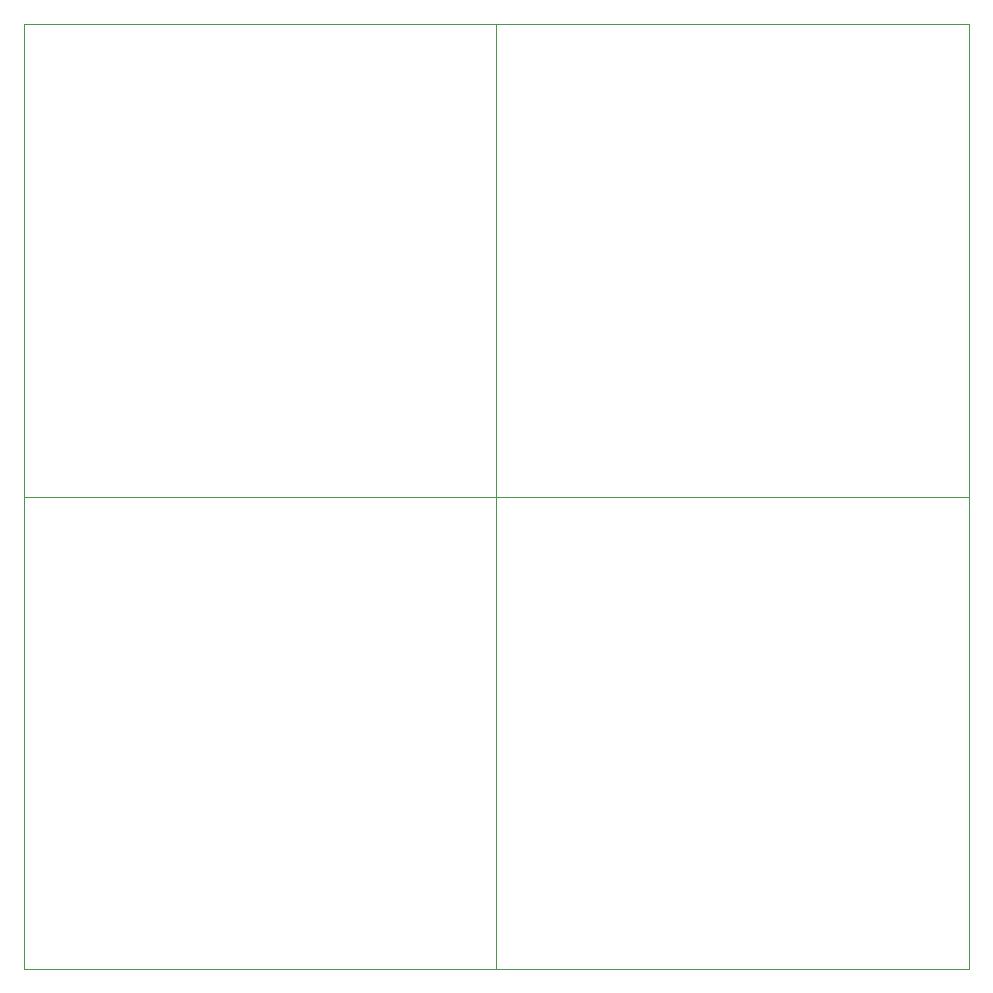
<source format=gbr>
G04 #@! TF.GenerationSoftware,KiCad,Pcbnew,(5.1.5)-3*
G04 #@! TF.CreationDate,2019-12-17T16:33:14+01:00*
G04 #@! TF.ProjectId,Copper,436f7070-6572-42e6-9b69-6361645f7063,rev?*
G04 #@! TF.SameCoordinates,Original*
G04 #@! TF.FileFunction,Profile,NP*
%FSLAX46Y46*%
G04 Gerber Fmt 4.6, Leading zero omitted, Abs format (unit mm)*
G04 Created by KiCad (PCBNEW (5.1.5)-3) date 2019-12-17 16:33:14*
%MOMM*%
%LPD*%
G04 APERTURE LIST*
%ADD10C,0.050000*%
G04 APERTURE END LIST*
D10*
X148500000Y-133500000D02*
X158500000Y-133500000D01*
X118500000Y-133500000D02*
X148500000Y-133500000D01*
X158500000Y-93500000D02*
X118500000Y-93500000D01*
X158500000Y-133500000D02*
X158500000Y-93500000D01*
X118500000Y-93500000D02*
X118500000Y-133500000D01*
X108500000Y-133500000D02*
X118500000Y-133500000D01*
X78500000Y-133500000D02*
X108500000Y-133500000D01*
X118500000Y-93500000D02*
X78500000Y-93500000D01*
X118500000Y-133500000D02*
X118500000Y-93500000D01*
X78500000Y-93500000D02*
X78500000Y-133500000D01*
X148500000Y-173500000D02*
X158500000Y-173500000D01*
X118500000Y-173500000D02*
X148500000Y-173500000D01*
X158500000Y-133500000D02*
X118500000Y-133500000D01*
X158500000Y-173500000D02*
X158500000Y-133500000D01*
X118500000Y-133500000D02*
X118500000Y-173500000D01*
X78500000Y-133500000D02*
X78500000Y-173500000D01*
X118500000Y-133500000D02*
X78500000Y-133500000D01*
X118500000Y-173500000D02*
X118500000Y-133500000D01*
X108500000Y-173500000D02*
X118500000Y-173500000D01*
X78500000Y-173500000D02*
X108500000Y-173500000D01*
M02*

</source>
